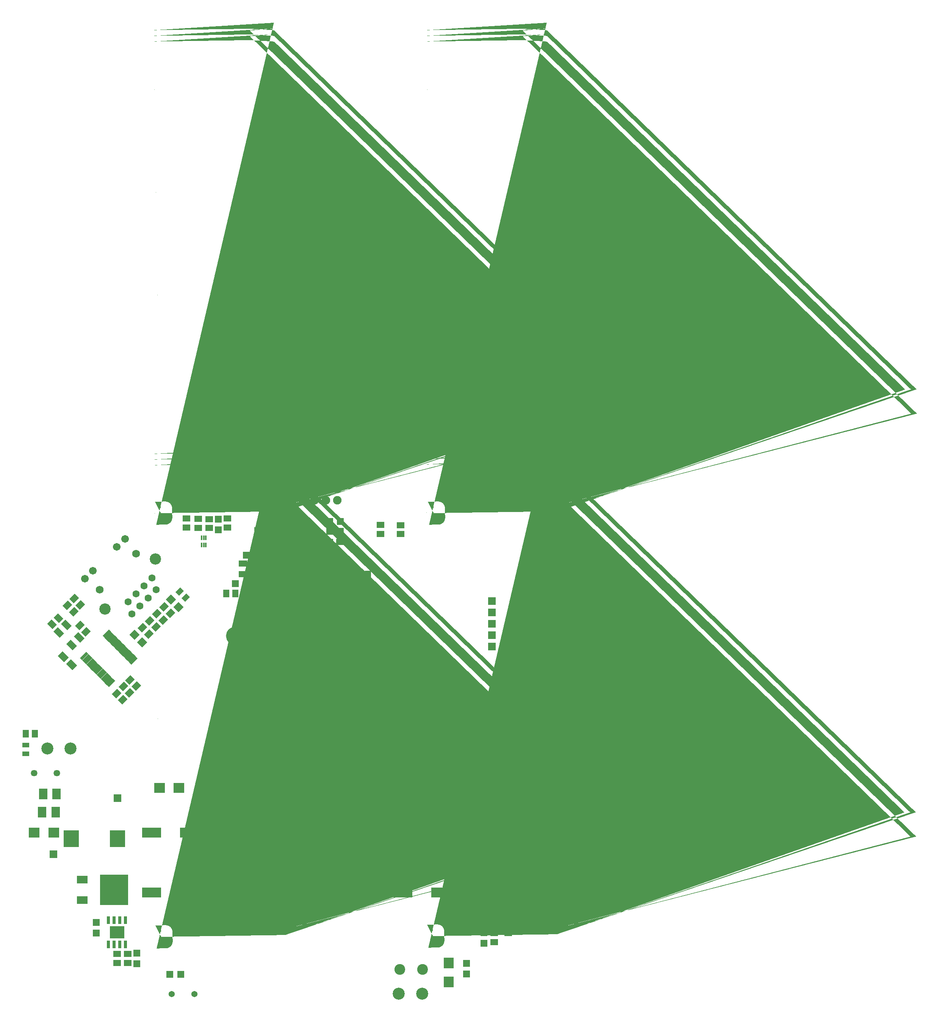
<source format=gts>
G04 DesignSpark PCB Gerber Version 12.0 Build 5942*
%FSLAX35Y35*%
%MOIN*%
%ADD174R,0.01781X0.04498*%
%ADD163R,0.01781X0.06407*%
%ADD126R,0.03159X0.06604*%
%ADD141R,0.05324X0.06600*%
%ADD136R,0.05718X0.07687*%
%ADD129R,0.06200X0.06400*%
%ADD142R,0.06899X0.13002*%
%ADD133R,0.07490X0.09458*%
%ADD135R,0.07490X0.13198*%
%ADD151R,0.09065X0.09261*%
%ADD156R,0.09065X0.09655*%
%ADD168R,0.13789X0.14773*%
%ADD131R,0.25128X0.27135*%
%ADD152R,0.06600X0.06600*%
%ADD164R,0.07500X0.07500*%
%ADD170C,0.05391*%
%ADD172C,0.05781*%
%ADD158C,0.06293*%
%ADD139C,0.06506*%
%ADD159C,0.06702*%
%ADD161C,0.06899*%
%ADD165C,0.07500*%
%ADD153C,0.09458*%
%ADD160C,0.09872*%
%ADD166C,0.10537*%
%ADD162R,0.06407X0.01781*%
%AMT173*0 Rectangle Pad at angle 22*21,1,0.02175,0.06506,0,0,22*%
%ADD173T173*%
%ADD154R,0.06112X0.04143*%
%ADD134R,0.07490X0.04340*%
%ADD167R,0.06100X0.04600*%
%AMT148*0 Rectangle Pad at angle 45*21,1,0.05324,0.06600,0,0,45*%
%ADD148T148*%
%AMT155*0 Rectangle Pad at angle 45*21,1,0.05324,0.07687,0,0,45*%
%ADD155T155*%
%ADD132R,0.06600X0.05324*%
%ADD150R,0.07687X0.05324*%
%AMT146*0 Rectangle Pad at angle 45*21,1,0.05718,0.07687,0,0,45*%
%ADD146T146*%
%ADD138R,0.07687X0.05718*%
%AMT147*0 Rectangle Pad at angle 45*21,1,0.06200,0.06400,0,0,45*%
%ADD147T147*%
%ADD145R,0.06400X0.06200*%
%ADD130R,0.09576X0.06600*%
%ADD143R,0.07017X0.06624*%
%ADD169R,0.09261X0.09065*%
%ADD171R,0.09655X0.09065*%
%ADD128R,0.16939X0.09065*%
%AMT140*0 Rectangle Pad at angle 135*21,1,0.02372,0.07687,0,0,135*%
%ADD140T140*%
%AMT149*0 Rectangle Pad at angle 135*21,1,0.04600,0.06100,0,0,135*%
%ADD149T149*%
%ADD127R,0.12805X0.10836*%
%ADD125C,0.15757*%
%AMT137*0 Rectangle Pad at angle 135*21,1,0.05324,0.06600,0,0,135*%
%ADD137T137*%
%ADD144R,0.14773X0.13789*%
%AMT157*0 Rounded Rectangle Pad at angle 0*4,1,92,-0.04061,-0.10143,0.04061,-0.10143,0.04494,-0.10127,0.04926,-0.10081,0.05353,-0.10004,0.05774,-0.09896,0.06185,-0.09759,0.06587,-0.09593,0.06975,-0.09399,0.07348,-0.09178,0.07705,-0.08930,0.08043,-0.08657,0.08361,-0.08362,0.08656,-0.08044,0.08929,-0.07706,0.09176,-0.07350,0.09398,-0.06977,0.09593,-0.06589,0.09759,-0.06187,0.09896,-0.05776,0.10003,-0.05355,0.10080,-0.04928,0.10127,-0.04496,0.10143,-0.04061,0.10143,0.04061,0.10127,0.04494,0.10081,0.04926,0.10004,0.05353,0.09896,0.05774,0.09759,0.06185,0.09593,0.06587,0.09399,0.06975,0.09178,0.07348,0.08930,0.07705,0.08657,0.08043,0.08362,0.08361,0.08044,0.08656,0.07706,0.08929,0.07350,0.09176,0.06977,0.09398,0.06589,0.09593,0.06187,0.09759,0.05776,0.09896,0.05355,0.10003,0.04928,0.10080,0.04496,0.10127,0.04061,0.10143,-0.04061,0.10143,-0.04494,0.10127,-0.04926,0.10081,-0.05353,0.10004,-0.05774,0.09896,-0.06185,0.09759,-0.06587,0.09593,-0.06975,0.09399,-0.07348,0.09178,-0.07705,0.08930,-0.08043,0.08657,-0.08361,0.08362,-0.08656,0.08044,-0.08929,0.07706,-0.09176,0.07350,-0.09398,0.06977,-0.09593,0.06589,-0.09759,0.06187,-0.09896,0.05776,-0.10003,0.05355,-0.10080,0.04928,-0.10127,0.04496,-0.10143,0.04061,-0.10143,-0.04061,-0.10127,-0.04494,-0.10081,-0.04926,-0.10004,-0.05353,-0.09896,-0.05774,-0.09759,-0.06185,-0.09593,-0.06587,-0.09399,-0.06975,-0.09178,-0.07348,-0.08930,-0.07705,-0.08657,-0.08043,-0.08362,-0.08361,-0.08044,-0.08656,-0.07706,-0.08929,-0.07350,-0.09176,-0.06977,-0.09398,-0.06589,-0.09593,-0.06187,-0.09759,-0.05776,-0.09896,-0.05355,-0.10003,-0.04928,-0.10080,-0.04496,-0.10127,-0.04061,-0.10143,0*%
%ADD157T157*%
X0Y0D02*
D02*
D125*
X201770Y331470D03*
X311136D03*
D02*
D126*
X90624Y60262D03*
Y81616D03*
X95624Y60262D03*
Y81616D03*
X100624Y60262D03*
Y81616D03*
X105624Y60262D03*
Y81616D03*
X414837Y84573D03*
Y105927D03*
X419837Y84573D03*
Y105927D03*
X424837Y84573D03*
Y105927D03*
X429837Y84573D03*
Y105927D03*
D02*
D127*
X98124Y70939D03*
X422337Y95250D03*
D02*
D128*
X128478Y105880D03*
Y158537D03*
X161943Y105880D03*
Y158537D03*
X349502Y105880D03*
X351864Y158970D03*
X382967Y105880D03*
X385329Y158970D03*
D02*
D129*
X79738Y70014D03*
Y79502D03*
X115506Y42986D03*
Y52474D03*
X187297Y424719D03*
Y434207D03*
X221963Y414581D03*
Y424069D03*
X231805Y414187D03*
Y423675D03*
X351510Y263656D03*
Y273144D03*
X351530Y245230D03*
Y254719D03*
X359699Y263686D03*
Y273174D03*
X359797Y245191D03*
Y254679D03*
X404443Y84581D03*
Y94069D03*
X405722Y34108D03*
Y43596D03*
X420742Y60998D03*
Y70486D03*
X486411Y298557D03*
Y308045D03*
D02*
D130*
X67429Y99128D03*
Y117159D03*
X454115Y125604D03*
Y143636D03*
D02*
D131*
X95559Y108144D03*
X425985Y134620D03*
D02*
D132*
X98085Y43911D03*
X98124Y51785D03*
X107415Y43833D03*
X107455Y51707D03*
X159246Y426844D03*
X159285Y434719D03*
X169581Y426490D03*
X169620Y434364D03*
X179187Y426372D03*
X179226Y434246D03*
X195329Y426825D03*
X195368Y434699D03*
X329738Y421215D03*
X329778Y429089D03*
X341313Y291569D03*
X341352Y299443D03*
X347455Y420998D03*
X347494Y428872D03*
X355604Y223478D03*
X355644Y231352D03*
X430014Y62140D03*
X430053Y70014D03*
X442199D03*
X442238Y77888D03*
X486589Y281628D03*
X486628Y289502D03*
D02*
D133*
X32278Y176352D03*
X33163Y192494D03*
X44089Y176352D03*
X44974Y192494D03*
X456982Y181864D03*
X457179Y166116D03*
X468793Y181864D03*
X468990Y166116D03*
D02*
D134*
X369876Y246805D03*
Y255860D03*
Y264915D03*
D02*
D135*
X394679Y255860D03*
D02*
D136*
X437573Y276746D03*
Y286982D03*
D02*
D137*
X54549Y358428D03*
X60089Y352832D03*
X60514Y364491D03*
X65411Y340818D03*
X66054Y358895D03*
X70951Y335222D03*
X97832Y280936D03*
X103372Y275340D03*
X103742Y287089D03*
X109282Y281493D03*
X109667Y292916D03*
X115207Y287320D03*
X120711Y338743D03*
X126251Y333147D03*
X127010Y344943D03*
X132550Y339348D03*
X133348Y350987D03*
X138889Y345391D03*
X139549Y357187D03*
X145089Y351592D03*
D02*
D138*
X284461Y414080D03*
X294697D03*
D02*
D139*
X455093Y293281D03*
Y318872D03*
X472809Y293281D03*
Y318872D03*
D02*
D140*
X69314Y313665D03*
X71124Y311855D03*
X72933Y310046D03*
X74743Y308236D03*
X76552Y306426D03*
X78361Y304617D03*
X80171Y302807D03*
X81981Y300998D03*
X83790Y299188D03*
X85600Y297379D03*
X87409Y295569D03*
X89080Y333430D03*
X89219Y293760D03*
X90889Y331620D03*
X91028Y291950D03*
X92698Y329811D03*
X92838Y290141D03*
X94508Y328002D03*
X96318Y326192D03*
X98127Y324383D03*
X99937Y322573D03*
X101746Y320763D03*
X103556Y318954D03*
X105365Y317144D03*
X107175Y315335D03*
X108984Y313525D03*
X110794Y311716D03*
X112604Y309906D03*
D02*
D141*
X17986Y245388D03*
X25860Y245348D03*
X194364Y368715D03*
X202238Y368675D03*
X310211Y367179D03*
X310998Y376628D03*
Y385486D03*
X318085Y367140D03*
X318872Y376589D03*
Y385447D03*
X465565Y332100D03*
X473439Y332061D03*
D02*
D142*
X453793Y229305D03*
Y248990D03*
D02*
D143*
X411963Y243380D03*
Y258341D03*
D02*
D144*
X422927Y166116D03*
Y206667D03*
D02*
D145*
X144581Y33951D03*
X154069D03*
X202238Y377553D03*
X211726D03*
X211943Y402494D03*
X221431D03*
X227454Y358626D03*
X227455Y367317D03*
X236942Y358626D03*
X236943Y367317D03*
X285111Y432170D03*
X285132Y423419D03*
X294599Y432170D03*
X294620Y423419D03*
D02*
D146*
X50922Y313219D03*
X58160Y305981D03*
D02*
D147*
X113596Y332443D03*
X120306Y325734D03*
X145447Y363369D03*
X152156Y356659D03*
D02*
D148*
X40970Y341695D03*
X46566Y347235D03*
D02*
D149*
X153230Y370518D03*
X158687Y365061D03*
D02*
D150*
X208990Y385644D03*
Y395093D03*
X224738Y385644D03*
Y395093D03*
D02*
D151*
X479797Y206470D03*
Y223793D03*
D02*
D152*
X42179Y139463D03*
X98498Y188715D03*
X221451Y331726D03*
X231451D03*
X241451D03*
X251451D03*
X261451D03*
X271451D03*
X281451D03*
X291451D03*
X404423Y103911D03*
X427848Y322219D03*
Y332219D03*
Y342219D03*
Y352219D03*
Y362219D03*
X462774Y349766D03*
Y359766D03*
X471549Y150565D03*
D02*
D153*
X346805Y38104D03*
X366805D03*
X376313Y203793D03*
Y223675D03*
D02*
D154*
X17986Y227927D03*
Y235407D03*
X341274Y277199D03*
Y284679D03*
X344837Y222652D03*
Y230132D03*
D02*
D155*
X47011Y334564D03*
X53692Y341245D03*
X58146Y323428D03*
X64828Y330109D03*
D02*
D156*
X389974Y27002D03*
Y43931D03*
D02*
D157*
X136411Y439541D03*
X136766Y66864D03*
X375998Y67396D03*
X376707Y439541D03*
D02*
D158*
X107737Y361359D03*
X111273Y350753D03*
X114809Y368431D03*
X118344Y357824D03*
X121880Y375502D03*
X125415Y364895D03*
X128951Y382573D03*
X132486Y371966D03*
D02*
D159*
X69849Y381710D03*
X76920Y388781D03*
X97994Y409855D03*
X105065Y416926D03*
D02*
D160*
X87666Y354985D03*
X131790Y399109D03*
D02*
D161*
X82989Y371966D03*
X114809Y403786D03*
D02*
D162*
X237482Y375998D03*
Y377967D03*
Y379935D03*
Y381904D03*
Y383872D03*
Y385841D03*
Y387809D03*
Y389778D03*
Y391746D03*
Y393715D03*
Y395683D03*
Y397652D03*
Y399620D03*
Y401589D03*
Y403557D03*
Y405526D03*
X282663Y375998D03*
Y377967D03*
Y379935D03*
Y381904D03*
Y383872D03*
Y385841D03*
Y387809D03*
Y389778D03*
Y391746D03*
Y393715D03*
Y395683D03*
Y397652D03*
Y399620D03*
Y401589D03*
Y403557D03*
Y405526D03*
D02*
D163*
X245309Y368171D03*
Y413352D03*
X247278Y368171D03*
Y413352D03*
X249246Y368171D03*
Y413352D03*
X251215Y368171D03*
Y413352D03*
X253183Y368171D03*
Y413352D03*
X255152Y368171D03*
Y413352D03*
X257120Y368171D03*
Y413352D03*
X259089Y368171D03*
Y413352D03*
X261057Y368171D03*
Y413352D03*
X263026Y368171D03*
Y413352D03*
X264994Y368171D03*
Y413352D03*
X266963Y368171D03*
Y413352D03*
X268931Y368171D03*
Y413352D03*
X270900Y368171D03*
Y413352D03*
X272868Y368171D03*
Y413352D03*
X274837Y368171D03*
Y413352D03*
D02*
D164*
X221943Y450644D03*
D02*
D165*
X162180Y449037D03*
X188280Y459582D03*
X221943Y460644D03*
X231943Y450644D03*
Y460644D03*
X241943Y450644D03*
Y460644D03*
X251943Y450644D03*
Y460644D03*
X261943Y450644D03*
Y460644D03*
X271943Y450644D03*
Y460644D03*
X281943Y450644D03*
Y460644D03*
X291943Y450644D03*
Y460644D03*
D02*
D166*
X36726Y232435D03*
X57356D03*
X345841Y16844D03*
X366470D03*
X410663Y228065D03*
X431293D03*
D02*
D167*
X411707Y270348D03*
Y278065D03*
X460624Y271136D03*
Y278852D03*
D02*
D168*
X57967Y153222D03*
X98518D03*
D02*
D169*
X25132Y158301D03*
X42455D03*
D02*
D170*
X146136Y16608D03*
X166136D03*
D02*
D171*
X135722Y197868D03*
X152652D03*
D02*
D172*
X25270Y210880D03*
X45152D03*
D02*
D173*
X171797Y449144D03*
X174170Y450102D03*
X176543Y451061D03*
X178915Y452020D03*
X181288Y452978D03*
D02*
D174*
X172447Y411561D03*
Y417900D03*
X174415Y411561D03*
Y417900D03*
X176384Y411561D03*
Y417900D03*
X0Y0D02*
M02*

</source>
